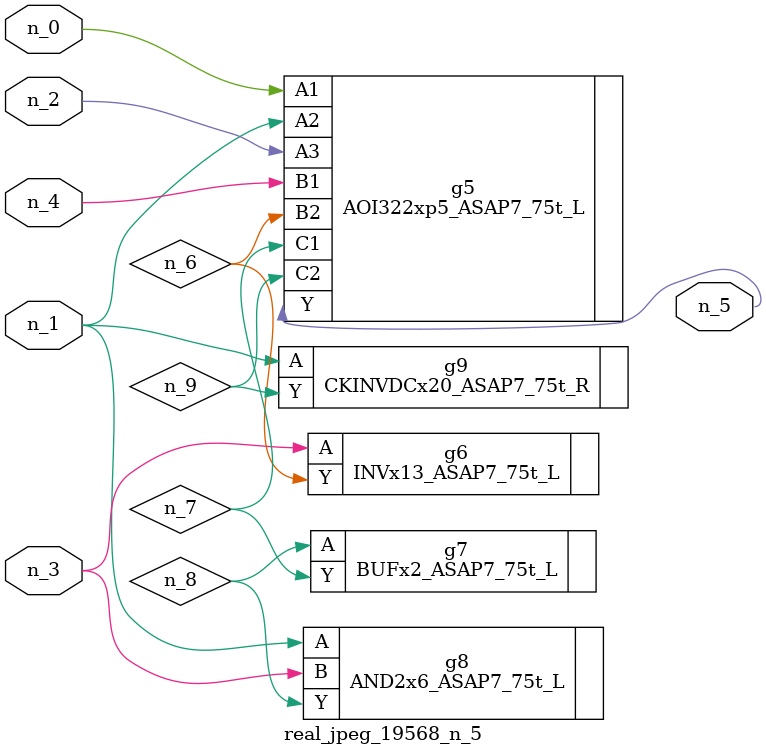
<source format=v>
module real_jpeg_19568_n_5 (n_4, n_0, n_1, n_2, n_3, n_5);

input n_4;
input n_0;
input n_1;
input n_2;
input n_3;

output n_5;

wire n_8;
wire n_6;
wire n_7;
wire n_9;

AOI322xp5_ASAP7_75t_L g5 ( 
.A1(n_0),
.A2(n_1),
.A3(n_2),
.B1(n_4),
.B2(n_6),
.C1(n_7),
.C2(n_9),
.Y(n_5)
);

AND2x6_ASAP7_75t_L g8 ( 
.A(n_1),
.B(n_3),
.Y(n_8)
);

CKINVDCx20_ASAP7_75t_R g9 ( 
.A(n_1),
.Y(n_9)
);

INVx13_ASAP7_75t_L g6 ( 
.A(n_3),
.Y(n_6)
);

BUFx2_ASAP7_75t_L g7 ( 
.A(n_8),
.Y(n_7)
);


endmodule
</source>
